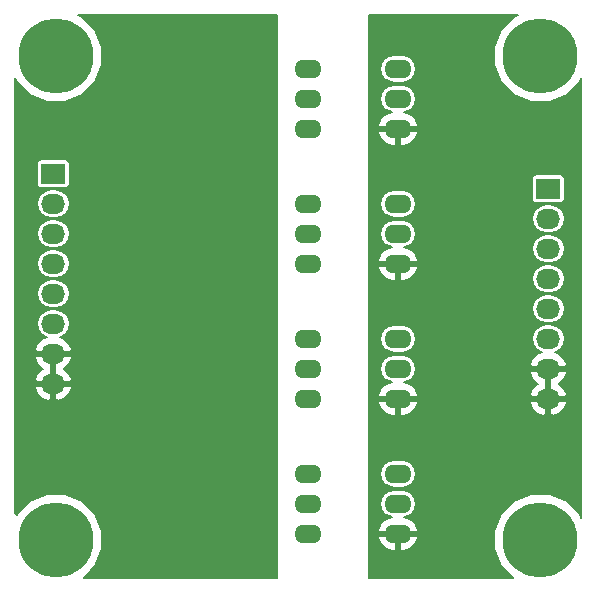
<source format=gbl>
G04 #@! TF.FileFunction,Copper,L2,Bot,Signal*
%FSLAX46Y46*%
G04 Gerber Fmt 4.6, Leading zero omitted, Abs format (unit mm)*
G04 Created by KiCad (PCBNEW (after 2015-mar-04 BZR unknown)-product) date 6/12/2015 3:56:59 PM*
%MOMM*%
G01*
G04 APERTURE LIST*
%ADD10C,0.150000*%
%ADD11O,2.300000X1.600000*%
%ADD12R,2.032000X1.727200*%
%ADD13O,2.032000X1.727200*%
%ADD14C,6.350000*%
%ADD15C,0.889000*%
%ADD16C,0.203200*%
G04 APERTURE END LIST*
D10*
D11*
X180340000Y-85090000D03*
X180340000Y-87630000D03*
X180340000Y-90170000D03*
X187960000Y-90170000D03*
X187960000Y-87630000D03*
X187960000Y-85090000D03*
X180340000Y-96520000D03*
X180340000Y-99060000D03*
X180340000Y-101600000D03*
X187960000Y-101600000D03*
X187960000Y-99060000D03*
X187960000Y-96520000D03*
X180340000Y-107950000D03*
X180340000Y-110490000D03*
X180340000Y-113030000D03*
X187960000Y-113030000D03*
X187960000Y-110490000D03*
X187960000Y-107950000D03*
X180340000Y-119380000D03*
X180340000Y-121920000D03*
X180340000Y-124460000D03*
X187960000Y-124460000D03*
X187960000Y-121920000D03*
X187960000Y-119380000D03*
D12*
X158750000Y-93980000D03*
D13*
X158750000Y-96520000D03*
X158750000Y-99060000D03*
X158750000Y-101600000D03*
X158750000Y-104140000D03*
X158750000Y-106680000D03*
X158750000Y-109220000D03*
X158750000Y-111760000D03*
D12*
X200660000Y-95250000D03*
D13*
X200660000Y-97790000D03*
X200660000Y-100330000D03*
X200660000Y-102870000D03*
X200660000Y-105410000D03*
X200660000Y-107950000D03*
X200660000Y-110490000D03*
X200660000Y-113030000D03*
D14*
X159000000Y-84000000D03*
X200000000Y-84000000D03*
X159000000Y-125000000D03*
X200000000Y-125000000D03*
D15*
X175006000Y-124714000D03*
X175006000Y-113284000D03*
X174752000Y-101854000D03*
X174752000Y-90424000D03*
D16*
G36*
X177698400Y-128168400D02*
X161362737Y-128168400D01*
X162314160Y-127218637D01*
X162910920Y-125781479D01*
X162912278Y-124225348D01*
X162318027Y-122787151D01*
X161218637Y-121685840D01*
X160325815Y-121315108D01*
X160325815Y-112139746D01*
X160325815Y-111380254D01*
X160094243Y-110894075D01*
X159672144Y-110503891D01*
X159634490Y-110490000D01*
X159672144Y-110476109D01*
X160094243Y-110085925D01*
X160325815Y-109599746D01*
X160325815Y-108840254D01*
X160094243Y-108354075D01*
X159672144Y-107963891D01*
X159297988Y-107825857D01*
X159395839Y-107806394D01*
X159791376Y-107542105D01*
X160055665Y-107146568D01*
X160148471Y-106680000D01*
X160148471Y-104140000D01*
X160148471Y-101600000D01*
X160148471Y-99060000D01*
X160148471Y-96520000D01*
X160128567Y-96419935D01*
X160128567Y-94843600D01*
X160128567Y-93116400D01*
X160102259Y-92980811D01*
X160023977Y-92861641D01*
X159905799Y-92781869D01*
X159766000Y-92753833D01*
X157734000Y-92753833D01*
X157598411Y-92780141D01*
X157479241Y-92858423D01*
X157399469Y-92976601D01*
X157371433Y-93116400D01*
X157371433Y-94843600D01*
X157397741Y-94979189D01*
X157476023Y-95098359D01*
X157594201Y-95178131D01*
X157734000Y-95206167D01*
X159766000Y-95206167D01*
X159901589Y-95179859D01*
X160020759Y-95101577D01*
X160100531Y-94983399D01*
X160128567Y-94843600D01*
X160128567Y-96419935D01*
X160055665Y-96053432D01*
X159791376Y-95657895D01*
X159395839Y-95393606D01*
X158929271Y-95300800D01*
X158570729Y-95300800D01*
X158104161Y-95393606D01*
X157708624Y-95657895D01*
X157444335Y-96053432D01*
X157351529Y-96520000D01*
X157444335Y-96986568D01*
X157708624Y-97382105D01*
X158104161Y-97646394D01*
X158570729Y-97739200D01*
X158929271Y-97739200D01*
X159395839Y-97646394D01*
X159791376Y-97382105D01*
X160055665Y-96986568D01*
X160148471Y-96520000D01*
X160148471Y-99060000D01*
X160055665Y-98593432D01*
X159791376Y-98197895D01*
X159395839Y-97933606D01*
X158929271Y-97840800D01*
X158570729Y-97840800D01*
X158104161Y-97933606D01*
X157708624Y-98197895D01*
X157444335Y-98593432D01*
X157351529Y-99060000D01*
X157444335Y-99526568D01*
X157708624Y-99922105D01*
X158104161Y-100186394D01*
X158570729Y-100279200D01*
X158929271Y-100279200D01*
X159395839Y-100186394D01*
X159791376Y-99922105D01*
X160055665Y-99526568D01*
X160148471Y-99060000D01*
X160148471Y-101600000D01*
X160055665Y-101133432D01*
X159791376Y-100737895D01*
X159395839Y-100473606D01*
X158929271Y-100380800D01*
X158570729Y-100380800D01*
X158104161Y-100473606D01*
X157708624Y-100737895D01*
X157444335Y-101133432D01*
X157351529Y-101600000D01*
X157444335Y-102066568D01*
X157708624Y-102462105D01*
X158104161Y-102726394D01*
X158570729Y-102819200D01*
X158929271Y-102819200D01*
X159395839Y-102726394D01*
X159791376Y-102462105D01*
X160055665Y-102066568D01*
X160148471Y-101600000D01*
X160148471Y-104140000D01*
X160055665Y-103673432D01*
X159791376Y-103277895D01*
X159395839Y-103013606D01*
X158929271Y-102920800D01*
X158570729Y-102920800D01*
X158104161Y-103013606D01*
X157708624Y-103277895D01*
X157444335Y-103673432D01*
X157351529Y-104140000D01*
X157444335Y-104606568D01*
X157708624Y-105002105D01*
X158104161Y-105266394D01*
X158570729Y-105359200D01*
X158929271Y-105359200D01*
X159395839Y-105266394D01*
X159791376Y-105002105D01*
X160055665Y-104606568D01*
X160148471Y-104140000D01*
X160148471Y-106680000D01*
X160055665Y-106213432D01*
X159791376Y-105817895D01*
X159395839Y-105553606D01*
X158929271Y-105460800D01*
X158570729Y-105460800D01*
X158104161Y-105553606D01*
X157708624Y-105817895D01*
X157444335Y-106213432D01*
X157351529Y-106680000D01*
X157444335Y-107146568D01*
X157708624Y-107542105D01*
X158104161Y-107806394D01*
X158202011Y-107825857D01*
X157827856Y-107963891D01*
X157405757Y-108354075D01*
X157174185Y-108840254D01*
X157285622Y-109067600D01*
X158597600Y-109067600D01*
X158597600Y-109047600D01*
X158902400Y-109047600D01*
X158902400Y-109067600D01*
X160214378Y-109067600D01*
X160325815Y-108840254D01*
X160325815Y-109599746D01*
X160214378Y-109372400D01*
X158902400Y-109372400D01*
X158902400Y-110439200D01*
X158902400Y-110540800D01*
X158902400Y-111607600D01*
X160214378Y-111607600D01*
X160325815Y-111380254D01*
X160325815Y-112139746D01*
X160214378Y-111912400D01*
X158902400Y-111912400D01*
X158902400Y-113080800D01*
X159132859Y-113215062D01*
X159672144Y-113016109D01*
X160094243Y-112625925D01*
X160325815Y-112139746D01*
X160325815Y-121315108D01*
X159781479Y-121089080D01*
X158597600Y-121088046D01*
X158597600Y-113080800D01*
X158597600Y-111912400D01*
X158597600Y-111607600D01*
X158597600Y-110540800D01*
X158597600Y-110439200D01*
X158597600Y-109372400D01*
X157285622Y-109372400D01*
X157174185Y-109599746D01*
X157405757Y-110085925D01*
X157827856Y-110476109D01*
X157865509Y-110490000D01*
X157827856Y-110503891D01*
X157405757Y-110894075D01*
X157174185Y-111380254D01*
X157285622Y-111607600D01*
X158597600Y-111607600D01*
X158597600Y-111912400D01*
X157285622Y-111912400D01*
X157174185Y-112139746D01*
X157405757Y-112625925D01*
X157827856Y-113016109D01*
X158367141Y-113215062D01*
X158597600Y-113080800D01*
X158597600Y-121088046D01*
X158225348Y-121087722D01*
X156787151Y-121681973D01*
X155685840Y-122781363D01*
X155640629Y-122890241D01*
X155546100Y-122732691D01*
X155546100Y-85884011D01*
X155681973Y-86212849D01*
X156781363Y-87314160D01*
X158218521Y-87910920D01*
X159774652Y-87912278D01*
X161212849Y-87318027D01*
X162314160Y-86218637D01*
X162910920Y-84781479D01*
X162912278Y-83225348D01*
X162318027Y-81787151D01*
X161218637Y-80685840D01*
X160882105Y-80546100D01*
X177698400Y-80546100D01*
X177698400Y-128168400D01*
X177698400Y-128168400D01*
G37*
X177698400Y-128168400D02*
X161362737Y-128168400D01*
X162314160Y-127218637D01*
X162910920Y-125781479D01*
X162912278Y-124225348D01*
X162318027Y-122787151D01*
X161218637Y-121685840D01*
X160325815Y-121315108D01*
X160325815Y-112139746D01*
X160325815Y-111380254D01*
X160094243Y-110894075D01*
X159672144Y-110503891D01*
X159634490Y-110490000D01*
X159672144Y-110476109D01*
X160094243Y-110085925D01*
X160325815Y-109599746D01*
X160325815Y-108840254D01*
X160094243Y-108354075D01*
X159672144Y-107963891D01*
X159297988Y-107825857D01*
X159395839Y-107806394D01*
X159791376Y-107542105D01*
X160055665Y-107146568D01*
X160148471Y-106680000D01*
X160148471Y-104140000D01*
X160148471Y-101600000D01*
X160148471Y-99060000D01*
X160148471Y-96520000D01*
X160128567Y-96419935D01*
X160128567Y-94843600D01*
X160128567Y-93116400D01*
X160102259Y-92980811D01*
X160023977Y-92861641D01*
X159905799Y-92781869D01*
X159766000Y-92753833D01*
X157734000Y-92753833D01*
X157598411Y-92780141D01*
X157479241Y-92858423D01*
X157399469Y-92976601D01*
X157371433Y-93116400D01*
X157371433Y-94843600D01*
X157397741Y-94979189D01*
X157476023Y-95098359D01*
X157594201Y-95178131D01*
X157734000Y-95206167D01*
X159766000Y-95206167D01*
X159901589Y-95179859D01*
X160020759Y-95101577D01*
X160100531Y-94983399D01*
X160128567Y-94843600D01*
X160128567Y-96419935D01*
X160055665Y-96053432D01*
X159791376Y-95657895D01*
X159395839Y-95393606D01*
X158929271Y-95300800D01*
X158570729Y-95300800D01*
X158104161Y-95393606D01*
X157708624Y-95657895D01*
X157444335Y-96053432D01*
X157351529Y-96520000D01*
X157444335Y-96986568D01*
X157708624Y-97382105D01*
X158104161Y-97646394D01*
X158570729Y-97739200D01*
X158929271Y-97739200D01*
X159395839Y-97646394D01*
X159791376Y-97382105D01*
X160055665Y-96986568D01*
X160148471Y-96520000D01*
X160148471Y-99060000D01*
X160055665Y-98593432D01*
X159791376Y-98197895D01*
X159395839Y-97933606D01*
X158929271Y-97840800D01*
X158570729Y-97840800D01*
X158104161Y-97933606D01*
X157708624Y-98197895D01*
X157444335Y-98593432D01*
X157351529Y-99060000D01*
X157444335Y-99526568D01*
X157708624Y-99922105D01*
X158104161Y-100186394D01*
X158570729Y-100279200D01*
X158929271Y-100279200D01*
X159395839Y-100186394D01*
X159791376Y-99922105D01*
X160055665Y-99526568D01*
X160148471Y-99060000D01*
X160148471Y-101600000D01*
X160055665Y-101133432D01*
X159791376Y-100737895D01*
X159395839Y-100473606D01*
X158929271Y-100380800D01*
X158570729Y-100380800D01*
X158104161Y-100473606D01*
X157708624Y-100737895D01*
X157444335Y-101133432D01*
X157351529Y-101600000D01*
X157444335Y-102066568D01*
X157708624Y-102462105D01*
X158104161Y-102726394D01*
X158570729Y-102819200D01*
X158929271Y-102819200D01*
X159395839Y-102726394D01*
X159791376Y-102462105D01*
X160055665Y-102066568D01*
X160148471Y-101600000D01*
X160148471Y-104140000D01*
X160055665Y-103673432D01*
X159791376Y-103277895D01*
X159395839Y-103013606D01*
X158929271Y-102920800D01*
X158570729Y-102920800D01*
X158104161Y-103013606D01*
X157708624Y-103277895D01*
X157444335Y-103673432D01*
X157351529Y-104140000D01*
X157444335Y-104606568D01*
X157708624Y-105002105D01*
X158104161Y-105266394D01*
X158570729Y-105359200D01*
X158929271Y-105359200D01*
X159395839Y-105266394D01*
X159791376Y-105002105D01*
X160055665Y-104606568D01*
X160148471Y-104140000D01*
X160148471Y-106680000D01*
X160055665Y-106213432D01*
X159791376Y-105817895D01*
X159395839Y-105553606D01*
X158929271Y-105460800D01*
X158570729Y-105460800D01*
X158104161Y-105553606D01*
X157708624Y-105817895D01*
X157444335Y-106213432D01*
X157351529Y-106680000D01*
X157444335Y-107146568D01*
X157708624Y-107542105D01*
X158104161Y-107806394D01*
X158202011Y-107825857D01*
X157827856Y-107963891D01*
X157405757Y-108354075D01*
X157174185Y-108840254D01*
X157285622Y-109067600D01*
X158597600Y-109067600D01*
X158597600Y-109047600D01*
X158902400Y-109047600D01*
X158902400Y-109067600D01*
X160214378Y-109067600D01*
X160325815Y-108840254D01*
X160325815Y-109599746D01*
X160214378Y-109372400D01*
X158902400Y-109372400D01*
X158902400Y-110439200D01*
X158902400Y-110540800D01*
X158902400Y-111607600D01*
X160214378Y-111607600D01*
X160325815Y-111380254D01*
X160325815Y-112139746D01*
X160214378Y-111912400D01*
X158902400Y-111912400D01*
X158902400Y-113080800D01*
X159132859Y-113215062D01*
X159672144Y-113016109D01*
X160094243Y-112625925D01*
X160325815Y-112139746D01*
X160325815Y-121315108D01*
X159781479Y-121089080D01*
X158597600Y-121088046D01*
X158597600Y-113080800D01*
X158597600Y-111912400D01*
X158597600Y-111607600D01*
X158597600Y-110540800D01*
X158597600Y-110439200D01*
X158597600Y-109372400D01*
X157285622Y-109372400D01*
X157174185Y-109599746D01*
X157405757Y-110085925D01*
X157827856Y-110476109D01*
X157865509Y-110490000D01*
X157827856Y-110503891D01*
X157405757Y-110894075D01*
X157174185Y-111380254D01*
X157285622Y-111607600D01*
X158597600Y-111607600D01*
X158597600Y-111912400D01*
X157285622Y-111912400D01*
X157174185Y-112139746D01*
X157405757Y-112625925D01*
X157827856Y-113016109D01*
X158367141Y-113215062D01*
X158597600Y-113080800D01*
X158597600Y-121088046D01*
X158225348Y-121087722D01*
X156787151Y-121681973D01*
X155685840Y-122781363D01*
X155640629Y-122890241D01*
X155546100Y-122732691D01*
X155546100Y-85884011D01*
X155681973Y-86212849D01*
X156781363Y-87314160D01*
X158218521Y-87910920D01*
X159774652Y-87912278D01*
X161212849Y-87318027D01*
X162314160Y-86218637D01*
X162910920Y-84781479D01*
X162912278Y-83225348D01*
X162318027Y-81787151D01*
X161218637Y-80685840D01*
X160882105Y-80546100D01*
X177698400Y-80546100D01*
X177698400Y-128168400D01*
G36*
X203453900Y-123115988D02*
X203318027Y-122787151D01*
X202235815Y-121703048D01*
X202235815Y-113409746D01*
X202235815Y-112650254D01*
X202004243Y-112164075D01*
X201582144Y-111773891D01*
X201544490Y-111760000D01*
X201582144Y-111746109D01*
X202004243Y-111355925D01*
X202235815Y-110869746D01*
X202235815Y-110110254D01*
X202004243Y-109624075D01*
X201582144Y-109233891D01*
X201207988Y-109095857D01*
X201305839Y-109076394D01*
X201701376Y-108812105D01*
X201965665Y-108416568D01*
X202058471Y-107950000D01*
X202058471Y-105410000D01*
X202058471Y-102870000D01*
X202058471Y-100330000D01*
X202058471Y-97790000D01*
X202038567Y-97689935D01*
X202038567Y-96113600D01*
X202038567Y-94386400D01*
X202012259Y-94250811D01*
X201933977Y-94131641D01*
X201815799Y-94051869D01*
X201676000Y-94023833D01*
X199644000Y-94023833D01*
X199508411Y-94050141D01*
X199389241Y-94128423D01*
X199309469Y-94246601D01*
X199281433Y-94386400D01*
X199281433Y-96113600D01*
X199307741Y-96249189D01*
X199386023Y-96368359D01*
X199504201Y-96448131D01*
X199644000Y-96476167D01*
X201676000Y-96476167D01*
X201811589Y-96449859D01*
X201930759Y-96371577D01*
X202010531Y-96253399D01*
X202038567Y-96113600D01*
X202038567Y-97689935D01*
X201965665Y-97323432D01*
X201701376Y-96927895D01*
X201305839Y-96663606D01*
X200839271Y-96570800D01*
X200480729Y-96570800D01*
X200014161Y-96663606D01*
X199618624Y-96927895D01*
X199354335Y-97323432D01*
X199261529Y-97790000D01*
X199354335Y-98256568D01*
X199618624Y-98652105D01*
X200014161Y-98916394D01*
X200480729Y-99009200D01*
X200839271Y-99009200D01*
X201305839Y-98916394D01*
X201701376Y-98652105D01*
X201965665Y-98256568D01*
X202058471Y-97790000D01*
X202058471Y-100330000D01*
X201965665Y-99863432D01*
X201701376Y-99467895D01*
X201305839Y-99203606D01*
X200839271Y-99110800D01*
X200480729Y-99110800D01*
X200014161Y-99203606D01*
X199618624Y-99467895D01*
X199354335Y-99863432D01*
X199261529Y-100330000D01*
X199354335Y-100796568D01*
X199618624Y-101192105D01*
X200014161Y-101456394D01*
X200480729Y-101549200D01*
X200839271Y-101549200D01*
X201305839Y-101456394D01*
X201701376Y-101192105D01*
X201965665Y-100796568D01*
X202058471Y-100330000D01*
X202058471Y-102870000D01*
X201965665Y-102403432D01*
X201701376Y-102007895D01*
X201305839Y-101743606D01*
X200839271Y-101650800D01*
X200480729Y-101650800D01*
X200014161Y-101743606D01*
X199618624Y-102007895D01*
X199354335Y-102403432D01*
X199261529Y-102870000D01*
X199354335Y-103336568D01*
X199618624Y-103732105D01*
X200014161Y-103996394D01*
X200480729Y-104089200D01*
X200839271Y-104089200D01*
X201305839Y-103996394D01*
X201701376Y-103732105D01*
X201965665Y-103336568D01*
X202058471Y-102870000D01*
X202058471Y-105410000D01*
X201965665Y-104943432D01*
X201701376Y-104547895D01*
X201305839Y-104283606D01*
X200839271Y-104190800D01*
X200480729Y-104190800D01*
X200014161Y-104283606D01*
X199618624Y-104547895D01*
X199354335Y-104943432D01*
X199261529Y-105410000D01*
X199354335Y-105876568D01*
X199618624Y-106272105D01*
X200014161Y-106536394D01*
X200480729Y-106629200D01*
X200839271Y-106629200D01*
X201305839Y-106536394D01*
X201701376Y-106272105D01*
X201965665Y-105876568D01*
X202058471Y-105410000D01*
X202058471Y-107950000D01*
X201965665Y-107483432D01*
X201701376Y-107087895D01*
X201305839Y-106823606D01*
X200839271Y-106730800D01*
X200480729Y-106730800D01*
X200014161Y-106823606D01*
X199618624Y-107087895D01*
X199354335Y-107483432D01*
X199261529Y-107950000D01*
X199354335Y-108416568D01*
X199618624Y-108812105D01*
X200014161Y-109076394D01*
X200112011Y-109095857D01*
X199737856Y-109233891D01*
X199315757Y-109624075D01*
X199084185Y-110110254D01*
X199195622Y-110337600D01*
X200507600Y-110337600D01*
X200507600Y-110317600D01*
X200812400Y-110317600D01*
X200812400Y-110337600D01*
X202124378Y-110337600D01*
X202235815Y-110110254D01*
X202235815Y-110869746D01*
X202124378Y-110642400D01*
X200812400Y-110642400D01*
X200812400Y-111709200D01*
X200812400Y-111810800D01*
X200812400Y-112877600D01*
X202124378Y-112877600D01*
X202235815Y-112650254D01*
X202235815Y-113409746D01*
X202124378Y-113182400D01*
X200812400Y-113182400D01*
X200812400Y-114350800D01*
X201042859Y-114485062D01*
X201582144Y-114286109D01*
X202004243Y-113895925D01*
X202235815Y-113409746D01*
X202235815Y-121703048D01*
X202218637Y-121685840D01*
X200781479Y-121089080D01*
X200507600Y-121088840D01*
X200507600Y-114350800D01*
X200507600Y-113182400D01*
X200507600Y-112877600D01*
X200507600Y-111810800D01*
X200507600Y-111709200D01*
X200507600Y-110642400D01*
X199195622Y-110642400D01*
X199084185Y-110869746D01*
X199315757Y-111355925D01*
X199737856Y-111746109D01*
X199775509Y-111760000D01*
X199737856Y-111773891D01*
X199315757Y-112164075D01*
X199084185Y-112650254D01*
X199195622Y-112877600D01*
X200507600Y-112877600D01*
X200507600Y-113182400D01*
X199195622Y-113182400D01*
X199084185Y-113409746D01*
X199315757Y-113895925D01*
X199737856Y-114286109D01*
X200277141Y-114485062D01*
X200507600Y-114350800D01*
X200507600Y-121088840D01*
X199225348Y-121087722D01*
X197787151Y-121681973D01*
X196685840Y-122781363D01*
X196089080Y-124218521D01*
X196087722Y-125774652D01*
X196681973Y-127212849D01*
X197635857Y-128168400D01*
X189670244Y-128168400D01*
X189670244Y-124829741D01*
X189670244Y-124090259D01*
X189670244Y-113399741D01*
X189670244Y-112660259D01*
X189670244Y-101969741D01*
X189670244Y-101230259D01*
X189670244Y-90539741D01*
X189670244Y-89800259D01*
X189414501Y-89281025D01*
X188990230Y-88926020D01*
X188463868Y-88760860D01*
X188781725Y-88697635D01*
X189156629Y-88447133D01*
X189407131Y-88072229D01*
X189495096Y-87630000D01*
X189495096Y-85090000D01*
X189407131Y-84647771D01*
X189156629Y-84272867D01*
X188781725Y-84022365D01*
X188339496Y-83934400D01*
X187580504Y-83934400D01*
X187138275Y-84022365D01*
X186763371Y-84272867D01*
X186512869Y-84647771D01*
X186424904Y-85090000D01*
X186512869Y-85532229D01*
X186763371Y-85907133D01*
X187138275Y-86157635D01*
X187580504Y-86245600D01*
X188339496Y-86245600D01*
X188781725Y-86157635D01*
X189156629Y-85907133D01*
X189407131Y-85532229D01*
X189495096Y-85090000D01*
X189495096Y-87630000D01*
X189407131Y-87187771D01*
X189156629Y-86812867D01*
X188781725Y-86562365D01*
X188339496Y-86474400D01*
X187580504Y-86474400D01*
X187138275Y-86562365D01*
X186763371Y-86812867D01*
X186512869Y-87187771D01*
X186424904Y-87630000D01*
X186512869Y-88072229D01*
X186763371Y-88447133D01*
X187138275Y-88697635D01*
X187456131Y-88760860D01*
X186929770Y-88926020D01*
X186505499Y-89281025D01*
X186249756Y-89800259D01*
X186362071Y-90017600D01*
X187807600Y-90017600D01*
X187807600Y-89997600D01*
X188112400Y-89997600D01*
X188112400Y-90017600D01*
X189557929Y-90017600D01*
X189670244Y-89800259D01*
X189670244Y-90539741D01*
X189557929Y-90322400D01*
X188112400Y-90322400D01*
X188112400Y-91579600D01*
X188462400Y-91579600D01*
X188990230Y-91413980D01*
X189414501Y-91058975D01*
X189670244Y-90539741D01*
X189670244Y-101230259D01*
X189414501Y-100711025D01*
X188990230Y-100356020D01*
X188463868Y-100190860D01*
X188781725Y-100127635D01*
X189156629Y-99877133D01*
X189407131Y-99502229D01*
X189495096Y-99060000D01*
X189495096Y-96520000D01*
X189407131Y-96077771D01*
X189156629Y-95702867D01*
X188781725Y-95452365D01*
X188339496Y-95364400D01*
X187807600Y-95364400D01*
X187807600Y-91579600D01*
X187807600Y-90322400D01*
X186362071Y-90322400D01*
X186249756Y-90539741D01*
X186505499Y-91058975D01*
X186929770Y-91413980D01*
X187457600Y-91579600D01*
X187807600Y-91579600D01*
X187807600Y-95364400D01*
X187580504Y-95364400D01*
X187138275Y-95452365D01*
X186763371Y-95702867D01*
X186512869Y-96077771D01*
X186424904Y-96520000D01*
X186512869Y-96962229D01*
X186763371Y-97337133D01*
X187138275Y-97587635D01*
X187580504Y-97675600D01*
X188339496Y-97675600D01*
X188781725Y-97587635D01*
X189156629Y-97337133D01*
X189407131Y-96962229D01*
X189495096Y-96520000D01*
X189495096Y-99060000D01*
X189407131Y-98617771D01*
X189156629Y-98242867D01*
X188781725Y-97992365D01*
X188339496Y-97904400D01*
X187580504Y-97904400D01*
X187138275Y-97992365D01*
X186763371Y-98242867D01*
X186512869Y-98617771D01*
X186424904Y-99060000D01*
X186512869Y-99502229D01*
X186763371Y-99877133D01*
X187138275Y-100127635D01*
X187456131Y-100190860D01*
X186929770Y-100356020D01*
X186505499Y-100711025D01*
X186249756Y-101230259D01*
X186362071Y-101447600D01*
X187807600Y-101447600D01*
X187807600Y-101427600D01*
X188112400Y-101427600D01*
X188112400Y-101447600D01*
X189557929Y-101447600D01*
X189670244Y-101230259D01*
X189670244Y-101969741D01*
X189557929Y-101752400D01*
X188112400Y-101752400D01*
X188112400Y-103009600D01*
X188462400Y-103009600D01*
X188990230Y-102843980D01*
X189414501Y-102488975D01*
X189670244Y-101969741D01*
X189670244Y-112660259D01*
X189414501Y-112141025D01*
X188990230Y-111786020D01*
X188463868Y-111620860D01*
X188781725Y-111557635D01*
X189156629Y-111307133D01*
X189407131Y-110932229D01*
X189495096Y-110490000D01*
X189495096Y-107950000D01*
X189407131Y-107507771D01*
X189156629Y-107132867D01*
X188781725Y-106882365D01*
X188339496Y-106794400D01*
X187807600Y-106794400D01*
X187807600Y-103009600D01*
X187807600Y-101752400D01*
X186362071Y-101752400D01*
X186249756Y-101969741D01*
X186505499Y-102488975D01*
X186929770Y-102843980D01*
X187457600Y-103009600D01*
X187807600Y-103009600D01*
X187807600Y-106794400D01*
X187580504Y-106794400D01*
X187138275Y-106882365D01*
X186763371Y-107132867D01*
X186512869Y-107507771D01*
X186424904Y-107950000D01*
X186512869Y-108392229D01*
X186763371Y-108767133D01*
X187138275Y-109017635D01*
X187580504Y-109105600D01*
X188339496Y-109105600D01*
X188781725Y-109017635D01*
X189156629Y-108767133D01*
X189407131Y-108392229D01*
X189495096Y-107950000D01*
X189495096Y-110490000D01*
X189407131Y-110047771D01*
X189156629Y-109672867D01*
X188781725Y-109422365D01*
X188339496Y-109334400D01*
X187580504Y-109334400D01*
X187138275Y-109422365D01*
X186763371Y-109672867D01*
X186512869Y-110047771D01*
X186424904Y-110490000D01*
X186512869Y-110932229D01*
X186763371Y-111307133D01*
X187138275Y-111557635D01*
X187456131Y-111620860D01*
X186929770Y-111786020D01*
X186505499Y-112141025D01*
X186249756Y-112660259D01*
X186362071Y-112877600D01*
X187807600Y-112877600D01*
X187807600Y-112857600D01*
X188112400Y-112857600D01*
X188112400Y-112877600D01*
X189557929Y-112877600D01*
X189670244Y-112660259D01*
X189670244Y-113399741D01*
X189557929Y-113182400D01*
X188112400Y-113182400D01*
X188112400Y-114439600D01*
X188462400Y-114439600D01*
X188990230Y-114273980D01*
X189414501Y-113918975D01*
X189670244Y-113399741D01*
X189670244Y-124090259D01*
X189414501Y-123571025D01*
X188990230Y-123216020D01*
X188463868Y-123050860D01*
X188781725Y-122987635D01*
X189156629Y-122737133D01*
X189407131Y-122362229D01*
X189495096Y-121920000D01*
X189495096Y-119380000D01*
X189407131Y-118937771D01*
X189156629Y-118562867D01*
X188781725Y-118312365D01*
X188339496Y-118224400D01*
X187807600Y-118224400D01*
X187807600Y-114439600D01*
X187807600Y-113182400D01*
X186362071Y-113182400D01*
X186249756Y-113399741D01*
X186505499Y-113918975D01*
X186929770Y-114273980D01*
X187457600Y-114439600D01*
X187807600Y-114439600D01*
X187807600Y-118224400D01*
X187580504Y-118224400D01*
X187138275Y-118312365D01*
X186763371Y-118562867D01*
X186512869Y-118937771D01*
X186424904Y-119380000D01*
X186512869Y-119822229D01*
X186763371Y-120197133D01*
X187138275Y-120447635D01*
X187580504Y-120535600D01*
X188339496Y-120535600D01*
X188781725Y-120447635D01*
X189156629Y-120197133D01*
X189407131Y-119822229D01*
X189495096Y-119380000D01*
X189495096Y-121920000D01*
X189407131Y-121477771D01*
X189156629Y-121102867D01*
X188781725Y-120852365D01*
X188339496Y-120764400D01*
X187580504Y-120764400D01*
X187138275Y-120852365D01*
X186763371Y-121102867D01*
X186512869Y-121477771D01*
X186424904Y-121920000D01*
X186512869Y-122362229D01*
X186763371Y-122737133D01*
X187138275Y-122987635D01*
X187456131Y-123050860D01*
X186929770Y-123216020D01*
X186505499Y-123571025D01*
X186249756Y-124090259D01*
X186362071Y-124307600D01*
X187807600Y-124307600D01*
X187807600Y-124287600D01*
X188112400Y-124287600D01*
X188112400Y-124307600D01*
X189557929Y-124307600D01*
X189670244Y-124090259D01*
X189670244Y-124829741D01*
X189557929Y-124612400D01*
X188112400Y-124612400D01*
X188112400Y-125869600D01*
X188462400Y-125869600D01*
X188990230Y-125703980D01*
X189414501Y-125348975D01*
X189670244Y-124829741D01*
X189670244Y-128168400D01*
X187807600Y-128168400D01*
X187807600Y-125869600D01*
X187807600Y-124612400D01*
X186362071Y-124612400D01*
X186249756Y-124829741D01*
X186505499Y-125348975D01*
X186929770Y-125703980D01*
X187457600Y-125869600D01*
X187807600Y-125869600D01*
X187807600Y-128168400D01*
X185521600Y-128168400D01*
X185521600Y-80546100D01*
X198115988Y-80546100D01*
X197787151Y-80681973D01*
X196685840Y-81781363D01*
X196089080Y-83218521D01*
X196087722Y-84774652D01*
X196681973Y-86212849D01*
X197781363Y-87314160D01*
X199218521Y-87910920D01*
X200774652Y-87912278D01*
X202212849Y-87318027D01*
X203314160Y-86218637D01*
X203453900Y-85882105D01*
X203453900Y-123115988D01*
X203453900Y-123115988D01*
G37*
X203453900Y-123115988D02*
X203318027Y-122787151D01*
X202235815Y-121703048D01*
X202235815Y-113409746D01*
X202235815Y-112650254D01*
X202004243Y-112164075D01*
X201582144Y-111773891D01*
X201544490Y-111760000D01*
X201582144Y-111746109D01*
X202004243Y-111355925D01*
X202235815Y-110869746D01*
X202235815Y-110110254D01*
X202004243Y-109624075D01*
X201582144Y-109233891D01*
X201207988Y-109095857D01*
X201305839Y-109076394D01*
X201701376Y-108812105D01*
X201965665Y-108416568D01*
X202058471Y-107950000D01*
X202058471Y-105410000D01*
X202058471Y-102870000D01*
X202058471Y-100330000D01*
X202058471Y-97790000D01*
X202038567Y-97689935D01*
X202038567Y-96113600D01*
X202038567Y-94386400D01*
X202012259Y-94250811D01*
X201933977Y-94131641D01*
X201815799Y-94051869D01*
X201676000Y-94023833D01*
X199644000Y-94023833D01*
X199508411Y-94050141D01*
X199389241Y-94128423D01*
X199309469Y-94246601D01*
X199281433Y-94386400D01*
X199281433Y-96113600D01*
X199307741Y-96249189D01*
X199386023Y-96368359D01*
X199504201Y-96448131D01*
X199644000Y-96476167D01*
X201676000Y-96476167D01*
X201811589Y-96449859D01*
X201930759Y-96371577D01*
X202010531Y-96253399D01*
X202038567Y-96113600D01*
X202038567Y-97689935D01*
X201965665Y-97323432D01*
X201701376Y-96927895D01*
X201305839Y-96663606D01*
X200839271Y-96570800D01*
X200480729Y-96570800D01*
X200014161Y-96663606D01*
X199618624Y-96927895D01*
X199354335Y-97323432D01*
X199261529Y-97790000D01*
X199354335Y-98256568D01*
X199618624Y-98652105D01*
X200014161Y-98916394D01*
X200480729Y-99009200D01*
X200839271Y-99009200D01*
X201305839Y-98916394D01*
X201701376Y-98652105D01*
X201965665Y-98256568D01*
X202058471Y-97790000D01*
X202058471Y-100330000D01*
X201965665Y-99863432D01*
X201701376Y-99467895D01*
X201305839Y-99203606D01*
X200839271Y-99110800D01*
X200480729Y-99110800D01*
X200014161Y-99203606D01*
X199618624Y-99467895D01*
X199354335Y-99863432D01*
X199261529Y-100330000D01*
X199354335Y-100796568D01*
X199618624Y-101192105D01*
X200014161Y-101456394D01*
X200480729Y-101549200D01*
X200839271Y-101549200D01*
X201305839Y-101456394D01*
X201701376Y-101192105D01*
X201965665Y-100796568D01*
X202058471Y-100330000D01*
X202058471Y-102870000D01*
X201965665Y-102403432D01*
X201701376Y-102007895D01*
X201305839Y-101743606D01*
X200839271Y-101650800D01*
X200480729Y-101650800D01*
X200014161Y-101743606D01*
X199618624Y-102007895D01*
X199354335Y-102403432D01*
X199261529Y-102870000D01*
X199354335Y-103336568D01*
X199618624Y-103732105D01*
X200014161Y-103996394D01*
X200480729Y-104089200D01*
X200839271Y-104089200D01*
X201305839Y-103996394D01*
X201701376Y-103732105D01*
X201965665Y-103336568D01*
X202058471Y-102870000D01*
X202058471Y-105410000D01*
X201965665Y-104943432D01*
X201701376Y-104547895D01*
X201305839Y-104283606D01*
X200839271Y-104190800D01*
X200480729Y-104190800D01*
X200014161Y-104283606D01*
X199618624Y-104547895D01*
X199354335Y-104943432D01*
X199261529Y-105410000D01*
X199354335Y-105876568D01*
X199618624Y-106272105D01*
X200014161Y-106536394D01*
X200480729Y-106629200D01*
X200839271Y-106629200D01*
X201305839Y-106536394D01*
X201701376Y-106272105D01*
X201965665Y-105876568D01*
X202058471Y-105410000D01*
X202058471Y-107950000D01*
X201965665Y-107483432D01*
X201701376Y-107087895D01*
X201305839Y-106823606D01*
X200839271Y-106730800D01*
X200480729Y-106730800D01*
X200014161Y-106823606D01*
X199618624Y-107087895D01*
X199354335Y-107483432D01*
X199261529Y-107950000D01*
X199354335Y-108416568D01*
X199618624Y-108812105D01*
X200014161Y-109076394D01*
X200112011Y-109095857D01*
X199737856Y-109233891D01*
X199315757Y-109624075D01*
X199084185Y-110110254D01*
X199195622Y-110337600D01*
X200507600Y-110337600D01*
X200507600Y-110317600D01*
X200812400Y-110317600D01*
X200812400Y-110337600D01*
X202124378Y-110337600D01*
X202235815Y-110110254D01*
X202235815Y-110869746D01*
X202124378Y-110642400D01*
X200812400Y-110642400D01*
X200812400Y-111709200D01*
X200812400Y-111810800D01*
X200812400Y-112877600D01*
X202124378Y-112877600D01*
X202235815Y-112650254D01*
X202235815Y-113409746D01*
X202124378Y-113182400D01*
X200812400Y-113182400D01*
X200812400Y-114350800D01*
X201042859Y-114485062D01*
X201582144Y-114286109D01*
X202004243Y-113895925D01*
X202235815Y-113409746D01*
X202235815Y-121703048D01*
X202218637Y-121685840D01*
X200781479Y-121089080D01*
X200507600Y-121088840D01*
X200507600Y-114350800D01*
X200507600Y-113182400D01*
X200507600Y-112877600D01*
X200507600Y-111810800D01*
X200507600Y-111709200D01*
X200507600Y-110642400D01*
X199195622Y-110642400D01*
X199084185Y-110869746D01*
X199315757Y-111355925D01*
X199737856Y-111746109D01*
X199775509Y-111760000D01*
X199737856Y-111773891D01*
X199315757Y-112164075D01*
X199084185Y-112650254D01*
X199195622Y-112877600D01*
X200507600Y-112877600D01*
X200507600Y-113182400D01*
X199195622Y-113182400D01*
X199084185Y-113409746D01*
X199315757Y-113895925D01*
X199737856Y-114286109D01*
X200277141Y-114485062D01*
X200507600Y-114350800D01*
X200507600Y-121088840D01*
X199225348Y-121087722D01*
X197787151Y-121681973D01*
X196685840Y-122781363D01*
X196089080Y-124218521D01*
X196087722Y-125774652D01*
X196681973Y-127212849D01*
X197635857Y-128168400D01*
X189670244Y-128168400D01*
X189670244Y-124829741D01*
X189670244Y-124090259D01*
X189670244Y-113399741D01*
X189670244Y-112660259D01*
X189670244Y-101969741D01*
X189670244Y-101230259D01*
X189670244Y-90539741D01*
X189670244Y-89800259D01*
X189414501Y-89281025D01*
X188990230Y-88926020D01*
X188463868Y-88760860D01*
X188781725Y-88697635D01*
X189156629Y-88447133D01*
X189407131Y-88072229D01*
X189495096Y-87630000D01*
X189495096Y-85090000D01*
X189407131Y-84647771D01*
X189156629Y-84272867D01*
X188781725Y-84022365D01*
X188339496Y-83934400D01*
X187580504Y-83934400D01*
X187138275Y-84022365D01*
X186763371Y-84272867D01*
X186512869Y-84647771D01*
X186424904Y-85090000D01*
X186512869Y-85532229D01*
X186763371Y-85907133D01*
X187138275Y-86157635D01*
X187580504Y-86245600D01*
X188339496Y-86245600D01*
X188781725Y-86157635D01*
X189156629Y-85907133D01*
X189407131Y-85532229D01*
X189495096Y-85090000D01*
X189495096Y-87630000D01*
X189407131Y-87187771D01*
X189156629Y-86812867D01*
X188781725Y-86562365D01*
X188339496Y-86474400D01*
X187580504Y-86474400D01*
X187138275Y-86562365D01*
X186763371Y-86812867D01*
X186512869Y-87187771D01*
X186424904Y-87630000D01*
X186512869Y-88072229D01*
X186763371Y-88447133D01*
X187138275Y-88697635D01*
X187456131Y-88760860D01*
X186929770Y-88926020D01*
X186505499Y-89281025D01*
X186249756Y-89800259D01*
X186362071Y-90017600D01*
X187807600Y-90017600D01*
X187807600Y-89997600D01*
X188112400Y-89997600D01*
X188112400Y-90017600D01*
X189557929Y-90017600D01*
X189670244Y-89800259D01*
X189670244Y-90539741D01*
X189557929Y-90322400D01*
X188112400Y-90322400D01*
X188112400Y-91579600D01*
X188462400Y-91579600D01*
X188990230Y-91413980D01*
X189414501Y-91058975D01*
X189670244Y-90539741D01*
X189670244Y-101230259D01*
X189414501Y-100711025D01*
X188990230Y-100356020D01*
X188463868Y-100190860D01*
X188781725Y-100127635D01*
X189156629Y-99877133D01*
X189407131Y-99502229D01*
X189495096Y-99060000D01*
X189495096Y-96520000D01*
X189407131Y-96077771D01*
X189156629Y-95702867D01*
X188781725Y-95452365D01*
X188339496Y-95364400D01*
X187807600Y-95364400D01*
X187807600Y-91579600D01*
X187807600Y-90322400D01*
X186362071Y-90322400D01*
X186249756Y-90539741D01*
X186505499Y-91058975D01*
X186929770Y-91413980D01*
X187457600Y-91579600D01*
X187807600Y-91579600D01*
X187807600Y-95364400D01*
X187580504Y-95364400D01*
X187138275Y-95452365D01*
X186763371Y-95702867D01*
X186512869Y-96077771D01*
X186424904Y-96520000D01*
X186512869Y-96962229D01*
X186763371Y-97337133D01*
X187138275Y-97587635D01*
X187580504Y-97675600D01*
X188339496Y-97675600D01*
X188781725Y-97587635D01*
X189156629Y-97337133D01*
X189407131Y-96962229D01*
X189495096Y-96520000D01*
X189495096Y-99060000D01*
X189407131Y-98617771D01*
X189156629Y-98242867D01*
X188781725Y-97992365D01*
X188339496Y-97904400D01*
X187580504Y-97904400D01*
X187138275Y-97992365D01*
X186763371Y-98242867D01*
X186512869Y-98617771D01*
X186424904Y-99060000D01*
X186512869Y-99502229D01*
X186763371Y-99877133D01*
X187138275Y-100127635D01*
X187456131Y-100190860D01*
X186929770Y-100356020D01*
X186505499Y-100711025D01*
X186249756Y-101230259D01*
X186362071Y-101447600D01*
X187807600Y-101447600D01*
X187807600Y-101427600D01*
X188112400Y-101427600D01*
X188112400Y-101447600D01*
X189557929Y-101447600D01*
X189670244Y-101230259D01*
X189670244Y-101969741D01*
X189557929Y-101752400D01*
X188112400Y-101752400D01*
X188112400Y-103009600D01*
X188462400Y-103009600D01*
X188990230Y-102843980D01*
X189414501Y-102488975D01*
X189670244Y-101969741D01*
X189670244Y-112660259D01*
X189414501Y-112141025D01*
X188990230Y-111786020D01*
X188463868Y-111620860D01*
X188781725Y-111557635D01*
X189156629Y-111307133D01*
X189407131Y-110932229D01*
X189495096Y-110490000D01*
X189495096Y-107950000D01*
X189407131Y-107507771D01*
X189156629Y-107132867D01*
X188781725Y-106882365D01*
X188339496Y-106794400D01*
X187807600Y-106794400D01*
X187807600Y-103009600D01*
X187807600Y-101752400D01*
X186362071Y-101752400D01*
X186249756Y-101969741D01*
X186505499Y-102488975D01*
X186929770Y-102843980D01*
X187457600Y-103009600D01*
X187807600Y-103009600D01*
X187807600Y-106794400D01*
X187580504Y-106794400D01*
X187138275Y-106882365D01*
X186763371Y-107132867D01*
X186512869Y-107507771D01*
X186424904Y-107950000D01*
X186512869Y-108392229D01*
X186763371Y-108767133D01*
X187138275Y-109017635D01*
X187580504Y-109105600D01*
X188339496Y-109105600D01*
X188781725Y-109017635D01*
X189156629Y-108767133D01*
X189407131Y-108392229D01*
X189495096Y-107950000D01*
X189495096Y-110490000D01*
X189407131Y-110047771D01*
X189156629Y-109672867D01*
X188781725Y-109422365D01*
X188339496Y-109334400D01*
X187580504Y-109334400D01*
X187138275Y-109422365D01*
X186763371Y-109672867D01*
X186512869Y-110047771D01*
X186424904Y-110490000D01*
X186512869Y-110932229D01*
X186763371Y-111307133D01*
X187138275Y-111557635D01*
X187456131Y-111620860D01*
X186929770Y-111786020D01*
X186505499Y-112141025D01*
X186249756Y-112660259D01*
X186362071Y-112877600D01*
X187807600Y-112877600D01*
X187807600Y-112857600D01*
X188112400Y-112857600D01*
X188112400Y-112877600D01*
X189557929Y-112877600D01*
X189670244Y-112660259D01*
X189670244Y-113399741D01*
X189557929Y-113182400D01*
X188112400Y-113182400D01*
X188112400Y-114439600D01*
X188462400Y-114439600D01*
X188990230Y-114273980D01*
X189414501Y-113918975D01*
X189670244Y-113399741D01*
X189670244Y-124090259D01*
X189414501Y-123571025D01*
X188990230Y-123216020D01*
X188463868Y-123050860D01*
X188781725Y-122987635D01*
X189156629Y-122737133D01*
X189407131Y-122362229D01*
X189495096Y-121920000D01*
X189495096Y-119380000D01*
X189407131Y-118937771D01*
X189156629Y-118562867D01*
X188781725Y-118312365D01*
X188339496Y-118224400D01*
X187807600Y-118224400D01*
X187807600Y-114439600D01*
X187807600Y-113182400D01*
X186362071Y-113182400D01*
X186249756Y-113399741D01*
X186505499Y-113918975D01*
X186929770Y-114273980D01*
X187457600Y-114439600D01*
X187807600Y-114439600D01*
X187807600Y-118224400D01*
X187580504Y-118224400D01*
X187138275Y-118312365D01*
X186763371Y-118562867D01*
X186512869Y-118937771D01*
X186424904Y-119380000D01*
X186512869Y-119822229D01*
X186763371Y-120197133D01*
X187138275Y-120447635D01*
X187580504Y-120535600D01*
X188339496Y-120535600D01*
X188781725Y-120447635D01*
X189156629Y-120197133D01*
X189407131Y-119822229D01*
X189495096Y-119380000D01*
X189495096Y-121920000D01*
X189407131Y-121477771D01*
X189156629Y-121102867D01*
X188781725Y-120852365D01*
X188339496Y-120764400D01*
X187580504Y-120764400D01*
X187138275Y-120852365D01*
X186763371Y-121102867D01*
X186512869Y-121477771D01*
X186424904Y-121920000D01*
X186512869Y-122362229D01*
X186763371Y-122737133D01*
X187138275Y-122987635D01*
X187456131Y-123050860D01*
X186929770Y-123216020D01*
X186505499Y-123571025D01*
X186249756Y-124090259D01*
X186362071Y-124307600D01*
X187807600Y-124307600D01*
X187807600Y-124287600D01*
X188112400Y-124287600D01*
X188112400Y-124307600D01*
X189557929Y-124307600D01*
X189670244Y-124090259D01*
X189670244Y-124829741D01*
X189557929Y-124612400D01*
X188112400Y-124612400D01*
X188112400Y-125869600D01*
X188462400Y-125869600D01*
X188990230Y-125703980D01*
X189414501Y-125348975D01*
X189670244Y-124829741D01*
X189670244Y-128168400D01*
X187807600Y-128168400D01*
X187807600Y-125869600D01*
X187807600Y-124612400D01*
X186362071Y-124612400D01*
X186249756Y-124829741D01*
X186505499Y-125348975D01*
X186929770Y-125703980D01*
X187457600Y-125869600D01*
X187807600Y-125869600D01*
X187807600Y-128168400D01*
X185521600Y-128168400D01*
X185521600Y-80546100D01*
X198115988Y-80546100D01*
X197787151Y-80681973D01*
X196685840Y-81781363D01*
X196089080Y-83218521D01*
X196087722Y-84774652D01*
X196681973Y-86212849D01*
X197781363Y-87314160D01*
X199218521Y-87910920D01*
X200774652Y-87912278D01*
X202212849Y-87318027D01*
X203314160Y-86218637D01*
X203453900Y-85882105D01*
X203453900Y-123115988D01*
M02*

</source>
